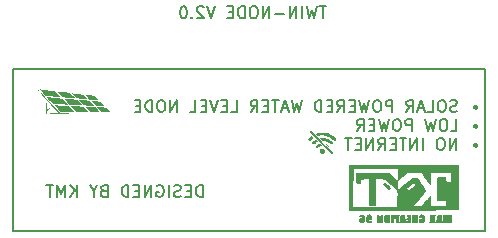
<source format=gbr>
%TF.GenerationSoftware,KiCad,Pcbnew,9.0.6-9.0.6~ubuntu22.04.1*%
%TF.CreationDate,2026-01-04T20:59:47+05:30*%
%TF.ProjectId,TWIN_NODE,5457494e-5f4e-44f4-9445-2e6b69636164,rev?*%
%TF.SameCoordinates,Original*%
%TF.FileFunction,Legend,Bot*%
%TF.FilePolarity,Positive*%
%FSLAX46Y46*%
G04 Gerber Fmt 4.6, Leading zero omitted, Abs format (unit mm)*
G04 Created by KiCad (PCBNEW 9.0.6-9.0.6~ubuntu22.04.1) date 2026-01-04 20:59:47*
%MOMM*%
%LPD*%
G01*
G04 APERTURE LIST*
%ADD10C,0.200000*%
%ADD11C,0.000000*%
G04 APERTURE END LIST*
D10*
X181784612Y-79806140D02*
X181784612Y-79996616D01*
X181736993Y-79996616D02*
X181736993Y-79806140D01*
X181689374Y-79758521D02*
X181689374Y-80044235D01*
X181641755Y-79996616D02*
X181641755Y-79806140D01*
X181594136Y-79806140D02*
X181594136Y-79996616D01*
X181784612Y-79948997D02*
X181689374Y-80044235D01*
X181689374Y-80044235D02*
X181594136Y-79948997D01*
X181784612Y-79853759D02*
X181689374Y-79758521D01*
X181689374Y-79758521D02*
X181594136Y-79853759D01*
X181784612Y-79806140D02*
X181689374Y-79758521D01*
X181689374Y-79758521D02*
X181594136Y-79806140D01*
X181594136Y-79806140D02*
X181546517Y-79901378D01*
X181546517Y-79901378D02*
X181594136Y-79996616D01*
X181594136Y-79996616D02*
X181689374Y-80044235D01*
X181689374Y-80044235D02*
X181784612Y-79996616D01*
X181784612Y-79996616D02*
X181832231Y-79901378D01*
X181832231Y-79901378D02*
X181784612Y-79806140D01*
X180117945Y-80234712D02*
X179975088Y-80282331D01*
X179975088Y-80282331D02*
X179736993Y-80282331D01*
X179736993Y-80282331D02*
X179641755Y-80234712D01*
X179641755Y-80234712D02*
X179594136Y-80187092D01*
X179594136Y-80187092D02*
X179546517Y-80091854D01*
X179546517Y-80091854D02*
X179546517Y-79996616D01*
X179546517Y-79996616D02*
X179594136Y-79901378D01*
X179594136Y-79901378D02*
X179641755Y-79853759D01*
X179641755Y-79853759D02*
X179736993Y-79806140D01*
X179736993Y-79806140D02*
X179927469Y-79758521D01*
X179927469Y-79758521D02*
X180022707Y-79710902D01*
X180022707Y-79710902D02*
X180070326Y-79663283D01*
X180070326Y-79663283D02*
X180117945Y-79568045D01*
X180117945Y-79568045D02*
X180117945Y-79472807D01*
X180117945Y-79472807D02*
X180070326Y-79377569D01*
X180070326Y-79377569D02*
X180022707Y-79329950D01*
X180022707Y-79329950D02*
X179927469Y-79282331D01*
X179927469Y-79282331D02*
X179689374Y-79282331D01*
X179689374Y-79282331D02*
X179546517Y-79329950D01*
X178927469Y-79282331D02*
X178736993Y-79282331D01*
X178736993Y-79282331D02*
X178641755Y-79329950D01*
X178641755Y-79329950D02*
X178546517Y-79425188D01*
X178546517Y-79425188D02*
X178498898Y-79615664D01*
X178498898Y-79615664D02*
X178498898Y-79948997D01*
X178498898Y-79948997D02*
X178546517Y-80139473D01*
X178546517Y-80139473D02*
X178641755Y-80234712D01*
X178641755Y-80234712D02*
X178736993Y-80282331D01*
X178736993Y-80282331D02*
X178927469Y-80282331D01*
X178927469Y-80282331D02*
X179022707Y-80234712D01*
X179022707Y-80234712D02*
X179117945Y-80139473D01*
X179117945Y-80139473D02*
X179165564Y-79948997D01*
X179165564Y-79948997D02*
X179165564Y-79615664D01*
X179165564Y-79615664D02*
X179117945Y-79425188D01*
X179117945Y-79425188D02*
X179022707Y-79329950D01*
X179022707Y-79329950D02*
X178927469Y-79282331D01*
X177594136Y-80282331D02*
X178070326Y-80282331D01*
X178070326Y-80282331D02*
X178070326Y-79282331D01*
X177308421Y-79996616D02*
X176832231Y-79996616D01*
X177403659Y-80282331D02*
X177070326Y-79282331D01*
X177070326Y-79282331D02*
X176736993Y-80282331D01*
X175832231Y-80282331D02*
X176165564Y-79806140D01*
X176403659Y-80282331D02*
X176403659Y-79282331D01*
X176403659Y-79282331D02*
X176022707Y-79282331D01*
X176022707Y-79282331D02*
X175927469Y-79329950D01*
X175927469Y-79329950D02*
X175879850Y-79377569D01*
X175879850Y-79377569D02*
X175832231Y-79472807D01*
X175832231Y-79472807D02*
X175832231Y-79615664D01*
X175832231Y-79615664D02*
X175879850Y-79710902D01*
X175879850Y-79710902D02*
X175927469Y-79758521D01*
X175927469Y-79758521D02*
X176022707Y-79806140D01*
X176022707Y-79806140D02*
X176403659Y-79806140D01*
X174641754Y-80282331D02*
X174641754Y-79282331D01*
X174641754Y-79282331D02*
X174260802Y-79282331D01*
X174260802Y-79282331D02*
X174165564Y-79329950D01*
X174165564Y-79329950D02*
X174117945Y-79377569D01*
X174117945Y-79377569D02*
X174070326Y-79472807D01*
X174070326Y-79472807D02*
X174070326Y-79615664D01*
X174070326Y-79615664D02*
X174117945Y-79710902D01*
X174117945Y-79710902D02*
X174165564Y-79758521D01*
X174165564Y-79758521D02*
X174260802Y-79806140D01*
X174260802Y-79806140D02*
X174641754Y-79806140D01*
X173451278Y-79282331D02*
X173260802Y-79282331D01*
X173260802Y-79282331D02*
X173165564Y-79329950D01*
X173165564Y-79329950D02*
X173070326Y-79425188D01*
X173070326Y-79425188D02*
X173022707Y-79615664D01*
X173022707Y-79615664D02*
X173022707Y-79948997D01*
X173022707Y-79948997D02*
X173070326Y-80139473D01*
X173070326Y-80139473D02*
X173165564Y-80234712D01*
X173165564Y-80234712D02*
X173260802Y-80282331D01*
X173260802Y-80282331D02*
X173451278Y-80282331D01*
X173451278Y-80282331D02*
X173546516Y-80234712D01*
X173546516Y-80234712D02*
X173641754Y-80139473D01*
X173641754Y-80139473D02*
X173689373Y-79948997D01*
X173689373Y-79948997D02*
X173689373Y-79615664D01*
X173689373Y-79615664D02*
X173641754Y-79425188D01*
X173641754Y-79425188D02*
X173546516Y-79329950D01*
X173546516Y-79329950D02*
X173451278Y-79282331D01*
X172689373Y-79282331D02*
X172451278Y-80282331D01*
X172451278Y-80282331D02*
X172260802Y-79568045D01*
X172260802Y-79568045D02*
X172070326Y-80282331D01*
X172070326Y-80282331D02*
X171832231Y-79282331D01*
X171451278Y-79758521D02*
X171117945Y-79758521D01*
X170975088Y-80282331D02*
X171451278Y-80282331D01*
X171451278Y-80282331D02*
X171451278Y-79282331D01*
X171451278Y-79282331D02*
X170975088Y-79282331D01*
X169975088Y-80282331D02*
X170308421Y-79806140D01*
X170546516Y-80282331D02*
X170546516Y-79282331D01*
X170546516Y-79282331D02*
X170165564Y-79282331D01*
X170165564Y-79282331D02*
X170070326Y-79329950D01*
X170070326Y-79329950D02*
X170022707Y-79377569D01*
X170022707Y-79377569D02*
X169975088Y-79472807D01*
X169975088Y-79472807D02*
X169975088Y-79615664D01*
X169975088Y-79615664D02*
X170022707Y-79710902D01*
X170022707Y-79710902D02*
X170070326Y-79758521D01*
X170070326Y-79758521D02*
X170165564Y-79806140D01*
X170165564Y-79806140D02*
X170546516Y-79806140D01*
X169546516Y-79758521D02*
X169213183Y-79758521D01*
X169070326Y-80282331D02*
X169546516Y-80282331D01*
X169546516Y-80282331D02*
X169546516Y-79282331D01*
X169546516Y-79282331D02*
X169070326Y-79282331D01*
X168641754Y-80282331D02*
X168641754Y-79282331D01*
X168641754Y-79282331D02*
X168403659Y-79282331D01*
X168403659Y-79282331D02*
X168260802Y-79329950D01*
X168260802Y-79329950D02*
X168165564Y-79425188D01*
X168165564Y-79425188D02*
X168117945Y-79520426D01*
X168117945Y-79520426D02*
X168070326Y-79710902D01*
X168070326Y-79710902D02*
X168070326Y-79853759D01*
X168070326Y-79853759D02*
X168117945Y-80044235D01*
X168117945Y-80044235D02*
X168165564Y-80139473D01*
X168165564Y-80139473D02*
X168260802Y-80234712D01*
X168260802Y-80234712D02*
X168403659Y-80282331D01*
X168403659Y-80282331D02*
X168641754Y-80282331D01*
X166975087Y-79282331D02*
X166736992Y-80282331D01*
X166736992Y-80282331D02*
X166546516Y-79568045D01*
X166546516Y-79568045D02*
X166356040Y-80282331D01*
X166356040Y-80282331D02*
X166117945Y-79282331D01*
X165784611Y-79996616D02*
X165308421Y-79996616D01*
X165879849Y-80282331D02*
X165546516Y-79282331D01*
X165546516Y-79282331D02*
X165213183Y-80282331D01*
X165022706Y-79282331D02*
X164451278Y-79282331D01*
X164736992Y-80282331D02*
X164736992Y-79282331D01*
X164117944Y-79758521D02*
X163784611Y-79758521D01*
X163641754Y-80282331D02*
X164117944Y-80282331D01*
X164117944Y-80282331D02*
X164117944Y-79282331D01*
X164117944Y-79282331D02*
X163641754Y-79282331D01*
X162641754Y-80282331D02*
X162975087Y-79806140D01*
X163213182Y-80282331D02*
X163213182Y-79282331D01*
X163213182Y-79282331D02*
X162832230Y-79282331D01*
X162832230Y-79282331D02*
X162736992Y-79329950D01*
X162736992Y-79329950D02*
X162689373Y-79377569D01*
X162689373Y-79377569D02*
X162641754Y-79472807D01*
X162641754Y-79472807D02*
X162641754Y-79615664D01*
X162641754Y-79615664D02*
X162689373Y-79710902D01*
X162689373Y-79710902D02*
X162736992Y-79758521D01*
X162736992Y-79758521D02*
X162832230Y-79806140D01*
X162832230Y-79806140D02*
X163213182Y-79806140D01*
X160975087Y-80282331D02*
X161451277Y-80282331D01*
X161451277Y-80282331D02*
X161451277Y-79282331D01*
X160641753Y-79758521D02*
X160308420Y-79758521D01*
X160165563Y-80282331D02*
X160641753Y-80282331D01*
X160641753Y-80282331D02*
X160641753Y-79282331D01*
X160641753Y-79282331D02*
X160165563Y-79282331D01*
X159879848Y-79282331D02*
X159546515Y-80282331D01*
X159546515Y-80282331D02*
X159213182Y-79282331D01*
X158879848Y-79758521D02*
X158546515Y-79758521D01*
X158403658Y-80282331D02*
X158879848Y-80282331D01*
X158879848Y-80282331D02*
X158879848Y-79282331D01*
X158879848Y-79282331D02*
X158403658Y-79282331D01*
X157498896Y-80282331D02*
X157975086Y-80282331D01*
X157975086Y-80282331D02*
X157975086Y-79282331D01*
X156403657Y-80282331D02*
X156403657Y-79282331D01*
X156403657Y-79282331D02*
X155832229Y-80282331D01*
X155832229Y-80282331D02*
X155832229Y-79282331D01*
X155165562Y-79282331D02*
X154975086Y-79282331D01*
X154975086Y-79282331D02*
X154879848Y-79329950D01*
X154879848Y-79329950D02*
X154784610Y-79425188D01*
X154784610Y-79425188D02*
X154736991Y-79615664D01*
X154736991Y-79615664D02*
X154736991Y-79948997D01*
X154736991Y-79948997D02*
X154784610Y-80139473D01*
X154784610Y-80139473D02*
X154879848Y-80234712D01*
X154879848Y-80234712D02*
X154975086Y-80282331D01*
X154975086Y-80282331D02*
X155165562Y-80282331D01*
X155165562Y-80282331D02*
X155260800Y-80234712D01*
X155260800Y-80234712D02*
X155356038Y-80139473D01*
X155356038Y-80139473D02*
X155403657Y-79948997D01*
X155403657Y-79948997D02*
X155403657Y-79615664D01*
X155403657Y-79615664D02*
X155356038Y-79425188D01*
X155356038Y-79425188D02*
X155260800Y-79329950D01*
X155260800Y-79329950D02*
X155165562Y-79282331D01*
X154308419Y-80282331D02*
X154308419Y-79282331D01*
X154308419Y-79282331D02*
X154070324Y-79282331D01*
X154070324Y-79282331D02*
X153927467Y-79329950D01*
X153927467Y-79329950D02*
X153832229Y-79425188D01*
X153832229Y-79425188D02*
X153784610Y-79520426D01*
X153784610Y-79520426D02*
X153736991Y-79710902D01*
X153736991Y-79710902D02*
X153736991Y-79853759D01*
X153736991Y-79853759D02*
X153784610Y-80044235D01*
X153784610Y-80044235D02*
X153832229Y-80139473D01*
X153832229Y-80139473D02*
X153927467Y-80234712D01*
X153927467Y-80234712D02*
X154070324Y-80282331D01*
X154070324Y-80282331D02*
X154308419Y-80282331D01*
X153308419Y-79758521D02*
X152975086Y-79758521D01*
X152832229Y-80282331D02*
X153308419Y-80282331D01*
X153308419Y-80282331D02*
X153308419Y-79282331D01*
X153308419Y-79282331D02*
X152832229Y-79282331D01*
X181784612Y-81416084D02*
X181784612Y-81606560D01*
X181736993Y-81606560D02*
X181736993Y-81416084D01*
X181689374Y-81368465D02*
X181689374Y-81654179D01*
X181641755Y-81606560D02*
X181641755Y-81416084D01*
X181594136Y-81416084D02*
X181594136Y-81606560D01*
X181784612Y-81558941D02*
X181689374Y-81654179D01*
X181689374Y-81654179D02*
X181594136Y-81558941D01*
X181784612Y-81463703D02*
X181689374Y-81368465D01*
X181689374Y-81368465D02*
X181594136Y-81463703D01*
X181784612Y-81416084D02*
X181689374Y-81368465D01*
X181689374Y-81368465D02*
X181594136Y-81416084D01*
X181594136Y-81416084D02*
X181546517Y-81511322D01*
X181546517Y-81511322D02*
X181594136Y-81606560D01*
X181594136Y-81606560D02*
X181689374Y-81654179D01*
X181689374Y-81654179D02*
X181784612Y-81606560D01*
X181784612Y-81606560D02*
X181832231Y-81511322D01*
X181832231Y-81511322D02*
X181784612Y-81416084D01*
X179594136Y-81892275D02*
X180070326Y-81892275D01*
X180070326Y-81892275D02*
X180070326Y-80892275D01*
X179070326Y-80892275D02*
X178879850Y-80892275D01*
X178879850Y-80892275D02*
X178784612Y-80939894D01*
X178784612Y-80939894D02*
X178689374Y-81035132D01*
X178689374Y-81035132D02*
X178641755Y-81225608D01*
X178641755Y-81225608D02*
X178641755Y-81558941D01*
X178641755Y-81558941D02*
X178689374Y-81749417D01*
X178689374Y-81749417D02*
X178784612Y-81844656D01*
X178784612Y-81844656D02*
X178879850Y-81892275D01*
X178879850Y-81892275D02*
X179070326Y-81892275D01*
X179070326Y-81892275D02*
X179165564Y-81844656D01*
X179165564Y-81844656D02*
X179260802Y-81749417D01*
X179260802Y-81749417D02*
X179308421Y-81558941D01*
X179308421Y-81558941D02*
X179308421Y-81225608D01*
X179308421Y-81225608D02*
X179260802Y-81035132D01*
X179260802Y-81035132D02*
X179165564Y-80939894D01*
X179165564Y-80939894D02*
X179070326Y-80892275D01*
X178308421Y-80892275D02*
X178070326Y-81892275D01*
X178070326Y-81892275D02*
X177879850Y-81177989D01*
X177879850Y-81177989D02*
X177689374Y-81892275D01*
X177689374Y-81892275D02*
X177451279Y-80892275D01*
X176308421Y-81892275D02*
X176308421Y-80892275D01*
X176308421Y-80892275D02*
X175927469Y-80892275D01*
X175927469Y-80892275D02*
X175832231Y-80939894D01*
X175832231Y-80939894D02*
X175784612Y-80987513D01*
X175784612Y-80987513D02*
X175736993Y-81082751D01*
X175736993Y-81082751D02*
X175736993Y-81225608D01*
X175736993Y-81225608D02*
X175784612Y-81320846D01*
X175784612Y-81320846D02*
X175832231Y-81368465D01*
X175832231Y-81368465D02*
X175927469Y-81416084D01*
X175927469Y-81416084D02*
X176308421Y-81416084D01*
X175117945Y-80892275D02*
X174927469Y-80892275D01*
X174927469Y-80892275D02*
X174832231Y-80939894D01*
X174832231Y-80939894D02*
X174736993Y-81035132D01*
X174736993Y-81035132D02*
X174689374Y-81225608D01*
X174689374Y-81225608D02*
X174689374Y-81558941D01*
X174689374Y-81558941D02*
X174736993Y-81749417D01*
X174736993Y-81749417D02*
X174832231Y-81844656D01*
X174832231Y-81844656D02*
X174927469Y-81892275D01*
X174927469Y-81892275D02*
X175117945Y-81892275D01*
X175117945Y-81892275D02*
X175213183Y-81844656D01*
X175213183Y-81844656D02*
X175308421Y-81749417D01*
X175308421Y-81749417D02*
X175356040Y-81558941D01*
X175356040Y-81558941D02*
X175356040Y-81225608D01*
X175356040Y-81225608D02*
X175308421Y-81035132D01*
X175308421Y-81035132D02*
X175213183Y-80939894D01*
X175213183Y-80939894D02*
X175117945Y-80892275D01*
X174356040Y-80892275D02*
X174117945Y-81892275D01*
X174117945Y-81892275D02*
X173927469Y-81177989D01*
X173927469Y-81177989D02*
X173736993Y-81892275D01*
X173736993Y-81892275D02*
X173498898Y-80892275D01*
X173117945Y-81368465D02*
X172784612Y-81368465D01*
X172641755Y-81892275D02*
X173117945Y-81892275D01*
X173117945Y-81892275D02*
X173117945Y-80892275D01*
X173117945Y-80892275D02*
X172641755Y-80892275D01*
X171641755Y-81892275D02*
X171975088Y-81416084D01*
X172213183Y-81892275D02*
X172213183Y-80892275D01*
X172213183Y-80892275D02*
X171832231Y-80892275D01*
X171832231Y-80892275D02*
X171736993Y-80939894D01*
X171736993Y-80939894D02*
X171689374Y-80987513D01*
X171689374Y-80987513D02*
X171641755Y-81082751D01*
X171641755Y-81082751D02*
X171641755Y-81225608D01*
X171641755Y-81225608D02*
X171689374Y-81320846D01*
X171689374Y-81320846D02*
X171736993Y-81368465D01*
X171736993Y-81368465D02*
X171832231Y-81416084D01*
X171832231Y-81416084D02*
X172213183Y-81416084D01*
X181784612Y-83026028D02*
X181784612Y-83216504D01*
X181736993Y-83216504D02*
X181736993Y-83026028D01*
X181689374Y-82978409D02*
X181689374Y-83264123D01*
X181641755Y-83216504D02*
X181641755Y-83026028D01*
X181594136Y-83026028D02*
X181594136Y-83216504D01*
X181784612Y-83168885D02*
X181689374Y-83264123D01*
X181689374Y-83264123D02*
X181594136Y-83168885D01*
X181784612Y-83073647D02*
X181689374Y-82978409D01*
X181689374Y-82978409D02*
X181594136Y-83073647D01*
X181784612Y-83026028D02*
X181689374Y-82978409D01*
X181689374Y-82978409D02*
X181594136Y-83026028D01*
X181594136Y-83026028D02*
X181546517Y-83121266D01*
X181546517Y-83121266D02*
X181594136Y-83216504D01*
X181594136Y-83216504D02*
X181689374Y-83264123D01*
X181689374Y-83264123D02*
X181784612Y-83216504D01*
X181784612Y-83216504D02*
X181832231Y-83121266D01*
X181832231Y-83121266D02*
X181784612Y-83026028D01*
X180070326Y-83502219D02*
X180070326Y-82502219D01*
X180070326Y-82502219D02*
X179498898Y-83502219D01*
X179498898Y-83502219D02*
X179498898Y-82502219D01*
X178832231Y-82502219D02*
X178641755Y-82502219D01*
X178641755Y-82502219D02*
X178546517Y-82549838D01*
X178546517Y-82549838D02*
X178451279Y-82645076D01*
X178451279Y-82645076D02*
X178403660Y-82835552D01*
X178403660Y-82835552D02*
X178403660Y-83168885D01*
X178403660Y-83168885D02*
X178451279Y-83359361D01*
X178451279Y-83359361D02*
X178546517Y-83454600D01*
X178546517Y-83454600D02*
X178641755Y-83502219D01*
X178641755Y-83502219D02*
X178832231Y-83502219D01*
X178832231Y-83502219D02*
X178927469Y-83454600D01*
X178927469Y-83454600D02*
X179022707Y-83359361D01*
X179022707Y-83359361D02*
X179070326Y-83168885D01*
X179070326Y-83168885D02*
X179070326Y-82835552D01*
X179070326Y-82835552D02*
X179022707Y-82645076D01*
X179022707Y-82645076D02*
X178927469Y-82549838D01*
X178927469Y-82549838D02*
X178832231Y-82502219D01*
X177213183Y-83502219D02*
X177213183Y-82502219D01*
X176736993Y-83502219D02*
X176736993Y-82502219D01*
X176736993Y-82502219D02*
X176165565Y-83502219D01*
X176165565Y-83502219D02*
X176165565Y-82502219D01*
X175832231Y-82502219D02*
X175260803Y-82502219D01*
X175546517Y-83502219D02*
X175546517Y-82502219D01*
X174927469Y-82978409D02*
X174594136Y-82978409D01*
X174451279Y-83502219D02*
X174927469Y-83502219D01*
X174927469Y-83502219D02*
X174927469Y-82502219D01*
X174927469Y-82502219D02*
X174451279Y-82502219D01*
X173451279Y-83502219D02*
X173784612Y-83026028D01*
X174022707Y-83502219D02*
X174022707Y-82502219D01*
X174022707Y-82502219D02*
X173641755Y-82502219D01*
X173641755Y-82502219D02*
X173546517Y-82549838D01*
X173546517Y-82549838D02*
X173498898Y-82597457D01*
X173498898Y-82597457D02*
X173451279Y-82692695D01*
X173451279Y-82692695D02*
X173451279Y-82835552D01*
X173451279Y-82835552D02*
X173498898Y-82930790D01*
X173498898Y-82930790D02*
X173546517Y-82978409D01*
X173546517Y-82978409D02*
X173641755Y-83026028D01*
X173641755Y-83026028D02*
X174022707Y-83026028D01*
X173022707Y-83502219D02*
X173022707Y-82502219D01*
X173022707Y-82502219D02*
X172451279Y-83502219D01*
X172451279Y-83502219D02*
X172451279Y-82502219D01*
X171975088Y-82978409D02*
X171641755Y-82978409D01*
X171498898Y-83502219D02*
X171975088Y-83502219D01*
X171975088Y-83502219D02*
X171975088Y-82502219D01*
X171975088Y-82502219D02*
X171498898Y-82502219D01*
X171213183Y-82502219D02*
X170641755Y-82502219D01*
X170927469Y-83502219D02*
X170927469Y-82502219D01*
X142530000Y-76635000D02*
X182480000Y-76635000D01*
X182480000Y-90385000D01*
X142530000Y-90385000D01*
X142530000Y-76635000D01*
X158580326Y-87487219D02*
X158580326Y-86487219D01*
X158580326Y-86487219D02*
X158342231Y-86487219D01*
X158342231Y-86487219D02*
X158199374Y-86534838D01*
X158199374Y-86534838D02*
X158104136Y-86630076D01*
X158104136Y-86630076D02*
X158056517Y-86725314D01*
X158056517Y-86725314D02*
X158008898Y-86915790D01*
X158008898Y-86915790D02*
X158008898Y-87058647D01*
X158008898Y-87058647D02*
X158056517Y-87249123D01*
X158056517Y-87249123D02*
X158104136Y-87344361D01*
X158104136Y-87344361D02*
X158199374Y-87439600D01*
X158199374Y-87439600D02*
X158342231Y-87487219D01*
X158342231Y-87487219D02*
X158580326Y-87487219D01*
X157580326Y-86963409D02*
X157246993Y-86963409D01*
X157104136Y-87487219D02*
X157580326Y-87487219D01*
X157580326Y-87487219D02*
X157580326Y-86487219D01*
X157580326Y-86487219D02*
X157104136Y-86487219D01*
X156723183Y-87439600D02*
X156580326Y-87487219D01*
X156580326Y-87487219D02*
X156342231Y-87487219D01*
X156342231Y-87487219D02*
X156246993Y-87439600D01*
X156246993Y-87439600D02*
X156199374Y-87391980D01*
X156199374Y-87391980D02*
X156151755Y-87296742D01*
X156151755Y-87296742D02*
X156151755Y-87201504D01*
X156151755Y-87201504D02*
X156199374Y-87106266D01*
X156199374Y-87106266D02*
X156246993Y-87058647D01*
X156246993Y-87058647D02*
X156342231Y-87011028D01*
X156342231Y-87011028D02*
X156532707Y-86963409D01*
X156532707Y-86963409D02*
X156627945Y-86915790D01*
X156627945Y-86915790D02*
X156675564Y-86868171D01*
X156675564Y-86868171D02*
X156723183Y-86772933D01*
X156723183Y-86772933D02*
X156723183Y-86677695D01*
X156723183Y-86677695D02*
X156675564Y-86582457D01*
X156675564Y-86582457D02*
X156627945Y-86534838D01*
X156627945Y-86534838D02*
X156532707Y-86487219D01*
X156532707Y-86487219D02*
X156294612Y-86487219D01*
X156294612Y-86487219D02*
X156151755Y-86534838D01*
X155723183Y-87487219D02*
X155723183Y-86487219D01*
X154723184Y-86534838D02*
X154818422Y-86487219D01*
X154818422Y-86487219D02*
X154961279Y-86487219D01*
X154961279Y-86487219D02*
X155104136Y-86534838D01*
X155104136Y-86534838D02*
X155199374Y-86630076D01*
X155199374Y-86630076D02*
X155246993Y-86725314D01*
X155246993Y-86725314D02*
X155294612Y-86915790D01*
X155294612Y-86915790D02*
X155294612Y-87058647D01*
X155294612Y-87058647D02*
X155246993Y-87249123D01*
X155246993Y-87249123D02*
X155199374Y-87344361D01*
X155199374Y-87344361D02*
X155104136Y-87439600D01*
X155104136Y-87439600D02*
X154961279Y-87487219D01*
X154961279Y-87487219D02*
X154866041Y-87487219D01*
X154866041Y-87487219D02*
X154723184Y-87439600D01*
X154723184Y-87439600D02*
X154675565Y-87391980D01*
X154675565Y-87391980D02*
X154675565Y-87058647D01*
X154675565Y-87058647D02*
X154866041Y-87058647D01*
X154246993Y-87487219D02*
X154246993Y-86487219D01*
X154246993Y-86487219D02*
X153675565Y-87487219D01*
X153675565Y-87487219D02*
X153675565Y-86487219D01*
X153199374Y-86963409D02*
X152866041Y-86963409D01*
X152723184Y-87487219D02*
X153199374Y-87487219D01*
X153199374Y-87487219D02*
X153199374Y-86487219D01*
X153199374Y-86487219D02*
X152723184Y-86487219D01*
X152294612Y-87487219D02*
X152294612Y-86487219D01*
X152294612Y-86487219D02*
X152056517Y-86487219D01*
X152056517Y-86487219D02*
X151913660Y-86534838D01*
X151913660Y-86534838D02*
X151818422Y-86630076D01*
X151818422Y-86630076D02*
X151770803Y-86725314D01*
X151770803Y-86725314D02*
X151723184Y-86915790D01*
X151723184Y-86915790D02*
X151723184Y-87058647D01*
X151723184Y-87058647D02*
X151770803Y-87249123D01*
X151770803Y-87249123D02*
X151818422Y-87344361D01*
X151818422Y-87344361D02*
X151913660Y-87439600D01*
X151913660Y-87439600D02*
X152056517Y-87487219D01*
X152056517Y-87487219D02*
X152294612Y-87487219D01*
X150199374Y-86963409D02*
X150056517Y-87011028D01*
X150056517Y-87011028D02*
X150008898Y-87058647D01*
X150008898Y-87058647D02*
X149961279Y-87153885D01*
X149961279Y-87153885D02*
X149961279Y-87296742D01*
X149961279Y-87296742D02*
X150008898Y-87391980D01*
X150008898Y-87391980D02*
X150056517Y-87439600D01*
X150056517Y-87439600D02*
X150151755Y-87487219D01*
X150151755Y-87487219D02*
X150532707Y-87487219D01*
X150532707Y-87487219D02*
X150532707Y-86487219D01*
X150532707Y-86487219D02*
X150199374Y-86487219D01*
X150199374Y-86487219D02*
X150104136Y-86534838D01*
X150104136Y-86534838D02*
X150056517Y-86582457D01*
X150056517Y-86582457D02*
X150008898Y-86677695D01*
X150008898Y-86677695D02*
X150008898Y-86772933D01*
X150008898Y-86772933D02*
X150056517Y-86868171D01*
X150056517Y-86868171D02*
X150104136Y-86915790D01*
X150104136Y-86915790D02*
X150199374Y-86963409D01*
X150199374Y-86963409D02*
X150532707Y-86963409D01*
X149342231Y-87011028D02*
X149342231Y-87487219D01*
X149675564Y-86487219D02*
X149342231Y-87011028D01*
X149342231Y-87011028D02*
X149008898Y-86487219D01*
X147913659Y-87487219D02*
X147913659Y-86487219D01*
X147342231Y-87487219D02*
X147770802Y-86915790D01*
X147342231Y-86487219D02*
X147913659Y-87058647D01*
X146913659Y-87487219D02*
X146913659Y-86487219D01*
X146913659Y-86487219D02*
X146580326Y-87201504D01*
X146580326Y-87201504D02*
X146246993Y-86487219D01*
X146246993Y-86487219D02*
X146246993Y-87487219D01*
X145913659Y-86487219D02*
X145342231Y-86487219D01*
X145627945Y-87487219D02*
X145627945Y-86487219D01*
X169043183Y-71347219D02*
X168471755Y-71347219D01*
X168757469Y-72347219D02*
X168757469Y-71347219D01*
X168233659Y-71347219D02*
X167995564Y-72347219D01*
X167995564Y-72347219D02*
X167805088Y-71632933D01*
X167805088Y-71632933D02*
X167614612Y-72347219D01*
X167614612Y-72347219D02*
X167376517Y-71347219D01*
X166995564Y-72347219D02*
X166995564Y-71347219D01*
X166519374Y-72347219D02*
X166519374Y-71347219D01*
X166519374Y-71347219D02*
X165947946Y-72347219D01*
X165947946Y-72347219D02*
X165947946Y-71347219D01*
X165471755Y-71966266D02*
X164709851Y-71966266D01*
X164233660Y-72347219D02*
X164233660Y-71347219D01*
X164233660Y-71347219D02*
X163662232Y-72347219D01*
X163662232Y-72347219D02*
X163662232Y-71347219D01*
X162995565Y-71347219D02*
X162805089Y-71347219D01*
X162805089Y-71347219D02*
X162709851Y-71394838D01*
X162709851Y-71394838D02*
X162614613Y-71490076D01*
X162614613Y-71490076D02*
X162566994Y-71680552D01*
X162566994Y-71680552D02*
X162566994Y-72013885D01*
X162566994Y-72013885D02*
X162614613Y-72204361D01*
X162614613Y-72204361D02*
X162709851Y-72299600D01*
X162709851Y-72299600D02*
X162805089Y-72347219D01*
X162805089Y-72347219D02*
X162995565Y-72347219D01*
X162995565Y-72347219D02*
X163090803Y-72299600D01*
X163090803Y-72299600D02*
X163186041Y-72204361D01*
X163186041Y-72204361D02*
X163233660Y-72013885D01*
X163233660Y-72013885D02*
X163233660Y-71680552D01*
X163233660Y-71680552D02*
X163186041Y-71490076D01*
X163186041Y-71490076D02*
X163090803Y-71394838D01*
X163090803Y-71394838D02*
X162995565Y-71347219D01*
X162138422Y-72347219D02*
X162138422Y-71347219D01*
X162138422Y-71347219D02*
X161900327Y-71347219D01*
X161900327Y-71347219D02*
X161757470Y-71394838D01*
X161757470Y-71394838D02*
X161662232Y-71490076D01*
X161662232Y-71490076D02*
X161614613Y-71585314D01*
X161614613Y-71585314D02*
X161566994Y-71775790D01*
X161566994Y-71775790D02*
X161566994Y-71918647D01*
X161566994Y-71918647D02*
X161614613Y-72109123D01*
X161614613Y-72109123D02*
X161662232Y-72204361D01*
X161662232Y-72204361D02*
X161757470Y-72299600D01*
X161757470Y-72299600D02*
X161900327Y-72347219D01*
X161900327Y-72347219D02*
X162138422Y-72347219D01*
X161138422Y-71823409D02*
X160805089Y-71823409D01*
X160662232Y-72347219D02*
X161138422Y-72347219D01*
X161138422Y-72347219D02*
X161138422Y-71347219D01*
X161138422Y-71347219D02*
X160662232Y-71347219D01*
X159614612Y-71347219D02*
X159281279Y-72347219D01*
X159281279Y-72347219D02*
X158947946Y-71347219D01*
X158662231Y-71442457D02*
X158614612Y-71394838D01*
X158614612Y-71394838D02*
X158519374Y-71347219D01*
X158519374Y-71347219D02*
X158281279Y-71347219D01*
X158281279Y-71347219D02*
X158186041Y-71394838D01*
X158186041Y-71394838D02*
X158138422Y-71442457D01*
X158138422Y-71442457D02*
X158090803Y-71537695D01*
X158090803Y-71537695D02*
X158090803Y-71632933D01*
X158090803Y-71632933D02*
X158138422Y-71775790D01*
X158138422Y-71775790D02*
X158709850Y-72347219D01*
X158709850Y-72347219D02*
X158090803Y-72347219D01*
X157662231Y-72251980D02*
X157614612Y-72299600D01*
X157614612Y-72299600D02*
X157662231Y-72347219D01*
X157662231Y-72347219D02*
X157709850Y-72299600D01*
X157709850Y-72299600D02*
X157662231Y-72251980D01*
X157662231Y-72251980D02*
X157662231Y-72347219D01*
X156995565Y-71347219D02*
X156900327Y-71347219D01*
X156900327Y-71347219D02*
X156805089Y-71394838D01*
X156805089Y-71394838D02*
X156757470Y-71442457D01*
X156757470Y-71442457D02*
X156709851Y-71537695D01*
X156709851Y-71537695D02*
X156662232Y-71728171D01*
X156662232Y-71728171D02*
X156662232Y-71966266D01*
X156662232Y-71966266D02*
X156709851Y-72156742D01*
X156709851Y-72156742D02*
X156757470Y-72251980D01*
X156757470Y-72251980D02*
X156805089Y-72299600D01*
X156805089Y-72299600D02*
X156900327Y-72347219D01*
X156900327Y-72347219D02*
X156995565Y-72347219D01*
X156995565Y-72347219D02*
X157090803Y-72299600D01*
X157090803Y-72299600D02*
X157138422Y-72251980D01*
X157138422Y-72251980D02*
X157186041Y-72156742D01*
X157186041Y-72156742D02*
X157233660Y-71966266D01*
X157233660Y-71966266D02*
X157233660Y-71728171D01*
X157233660Y-71728171D02*
X157186041Y-71537695D01*
X157186041Y-71537695D02*
X157138422Y-71442457D01*
X157138422Y-71442457D02*
X157090803Y-71394838D01*
X157090803Y-71394838D02*
X156995565Y-71347219D01*
D11*
%TO.C,G\u002A\u002A\u002A*%
G36*
X168766158Y-83393981D02*
G01*
X168777649Y-83396640D01*
X168827068Y-83414942D01*
X168869784Y-83442762D01*
X168905243Y-83479665D01*
X168932892Y-83525215D01*
X168940344Y-83541596D01*
X168946337Y-83558082D01*
X168949699Y-83574554D01*
X168951170Y-83594920D01*
X168951496Y-83623091D01*
X168951289Y-83647003D01*
X168950072Y-83668454D01*
X168947095Y-83685325D01*
X168941616Y-83701527D01*
X168932892Y-83720968D01*
X168928276Y-83730220D01*
X168899378Y-83773555D01*
X168862824Y-83808885D01*
X168819871Y-83835191D01*
X168771775Y-83851458D01*
X168751874Y-83855623D01*
X168731964Y-83858737D01*
X168715041Y-83859117D01*
X168696311Y-83856774D01*
X168670985Y-83851721D01*
X168660996Y-83849389D01*
X168612487Y-83831186D01*
X168570081Y-83803245D01*
X168534661Y-83766271D01*
X168507109Y-83720968D01*
X168499657Y-83704587D01*
X168493664Y-83688100D01*
X168490302Y-83671629D01*
X168488831Y-83651262D01*
X168488505Y-83623091D01*
X168488719Y-83598787D01*
X168489954Y-83577468D01*
X168492965Y-83560642D01*
X168498501Y-83544385D01*
X168507314Y-83524778D01*
X168512436Y-83514574D01*
X168541261Y-83471876D01*
X168577401Y-83437243D01*
X168619408Y-83411406D01*
X168665834Y-83395095D01*
X168715233Y-83389043D01*
X168766158Y-83393981D01*
G37*
G36*
X167757900Y-81882297D02*
G01*
X167759022Y-81882587D01*
X167762675Y-81884300D01*
X167767852Y-81887688D01*
X167774873Y-81893065D01*
X167784061Y-81900748D01*
X167795737Y-81911051D01*
X167810223Y-81924290D01*
X167827841Y-81940780D01*
X167848912Y-81960836D01*
X167873758Y-81984774D01*
X167902701Y-82012910D01*
X167936063Y-82045558D01*
X167974165Y-82083034D01*
X168017329Y-82125654D01*
X168065877Y-82173732D01*
X168120130Y-82227585D01*
X168180411Y-82287527D01*
X168247040Y-82353873D01*
X168320341Y-82426940D01*
X168400633Y-82507043D01*
X168488240Y-82594496D01*
X168583483Y-82689616D01*
X168686683Y-82792717D01*
X168700885Y-82806908D01*
X168786838Y-82892834D01*
X168870577Y-82976612D01*
X168951722Y-83057860D01*
X169029893Y-83136195D01*
X169104710Y-83211233D01*
X169175791Y-83282591D01*
X169242758Y-83349887D01*
X169305229Y-83412737D01*
X169362824Y-83470758D01*
X169415163Y-83523567D01*
X169461865Y-83570780D01*
X169502550Y-83612015D01*
X169536838Y-83646889D01*
X169564348Y-83675018D01*
X169584700Y-83696019D01*
X169597513Y-83709509D01*
X169602408Y-83715105D01*
X169605869Y-83722720D01*
X169610676Y-83749797D01*
X169606130Y-83777501D01*
X169593454Y-83803075D01*
X169573864Y-83823761D01*
X169548581Y-83836803D01*
X169546456Y-83837477D01*
X169541377Y-83839325D01*
X169536716Y-83841048D01*
X169532137Y-83842333D01*
X169527304Y-83842867D01*
X169521882Y-83842336D01*
X169515536Y-83840427D01*
X169507930Y-83836827D01*
X169498729Y-83831222D01*
X169487597Y-83823300D01*
X169474198Y-83812746D01*
X169458197Y-83799247D01*
X169439260Y-83782491D01*
X169417049Y-83762163D01*
X169391230Y-83737951D01*
X169361467Y-83709541D01*
X169327424Y-83676620D01*
X169288767Y-83638874D01*
X169245160Y-83595990D01*
X169196267Y-83547655D01*
X169141753Y-83493555D01*
X169081281Y-83433378D01*
X169014518Y-83366809D01*
X168941127Y-83293536D01*
X168860773Y-83213245D01*
X168773119Y-83125622D01*
X168677832Y-83030356D01*
X168574575Y-82927131D01*
X168562669Y-82915229D01*
X168476813Y-82829367D01*
X168393160Y-82745643D01*
X168312092Y-82664440D01*
X168233989Y-82586143D01*
X168159232Y-82511135D01*
X168088202Y-82439801D01*
X168021280Y-82372523D01*
X167958847Y-82309685D01*
X167901283Y-82251673D01*
X167848969Y-82198868D01*
X167802287Y-82151656D01*
X167761617Y-82110420D01*
X167727340Y-82075544D01*
X167699837Y-82047411D01*
X167679489Y-82026405D01*
X167666677Y-82012911D01*
X167661781Y-82007312D01*
X167653596Y-81983246D01*
X167653922Y-81955821D01*
X167663037Y-81930081D01*
X167679466Y-81907942D01*
X167701735Y-81891320D01*
X167728371Y-81882133D01*
X167757900Y-81882297D01*
G37*
G36*
X168522673Y-82965864D02*
G01*
X168533988Y-82974961D01*
X168551045Y-82989994D01*
X168572408Y-83009578D01*
X168596638Y-83032324D01*
X168622300Y-83056847D01*
X168647957Y-83081757D01*
X168672170Y-83105669D01*
X168693505Y-83127195D01*
X168710523Y-83144948D01*
X168721787Y-83157541D01*
X168725861Y-83163586D01*
X168725761Y-83163843D01*
X168719073Y-83166092D01*
X168703975Y-83168524D01*
X168683371Y-83170657D01*
X168668328Y-83172077D01*
X168629133Y-83178136D01*
X168591417Y-83188120D01*
X168551597Y-83203109D01*
X168506087Y-83224187D01*
X168454666Y-83252631D01*
X168383014Y-83303398D01*
X168381560Y-83304571D01*
X168357805Y-83322998D01*
X168335838Y-83338811D01*
X168318049Y-83350360D01*
X168306826Y-83355996D01*
X168282811Y-83360459D01*
X168247510Y-83357994D01*
X168214494Y-83345661D01*
X168186169Y-83324484D01*
X168164939Y-83295491D01*
X168158073Y-83275151D01*
X168155351Y-83245726D01*
X168158497Y-83215474D01*
X168167394Y-83189404D01*
X168177747Y-83174380D01*
X168198133Y-83152392D01*
X168225526Y-83127427D01*
X168258140Y-83100923D01*
X168294187Y-83074322D01*
X168331880Y-83049064D01*
X168369432Y-83026588D01*
X168382196Y-83019738D01*
X168407750Y-83007111D01*
X168435600Y-82994372D01*
X168463193Y-82982594D01*
X168487974Y-82972852D01*
X168507387Y-82966219D01*
X168518879Y-82963770D01*
X168522673Y-82965864D01*
G37*
G36*
X168958911Y-82976133D02*
G01*
X168972744Y-82981051D01*
X168993227Y-82989848D01*
X169017910Y-83001362D01*
X169044344Y-83014431D01*
X169070076Y-83027895D01*
X169092658Y-83040591D01*
X169117173Y-83055813D01*
X169151095Y-83078994D01*
X169184252Y-83103786D01*
X169214787Y-83128661D01*
X169240844Y-83152088D01*
X169260567Y-83172537D01*
X169272099Y-83188478D01*
X169280034Y-83210396D01*
X169284594Y-83236612D01*
X169285192Y-83262020D01*
X169281340Y-83281709D01*
X169278299Y-83287291D01*
X169272509Y-83291965D01*
X169272216Y-83291850D01*
X169265888Y-83286540D01*
X169252384Y-83273965D01*
X169232634Y-83255030D01*
X169207565Y-83230636D01*
X169178106Y-83201686D01*
X169145186Y-83169083D01*
X169109733Y-83133728D01*
X169102937Y-83126925D01*
X169068275Y-83092117D01*
X169036683Y-83060209D01*
X169009033Y-83032096D01*
X168986198Y-83008674D01*
X168969052Y-82990835D01*
X168958468Y-82979476D01*
X168955318Y-82975491D01*
X168958911Y-82976133D01*
G37*
G36*
X168792140Y-82486336D02*
G01*
X168902735Y-82499377D01*
X169013256Y-82524127D01*
X169123678Y-82560581D01*
X169233972Y-82608733D01*
X169243893Y-82613653D01*
X169293270Y-82639799D01*
X169342762Y-82668538D01*
X169391198Y-82698990D01*
X169437405Y-82730270D01*
X169480212Y-82761498D01*
X169518447Y-82791791D01*
X169550938Y-82820267D01*
X169576514Y-82846043D01*
X169594002Y-82868238D01*
X169602231Y-82885969D01*
X169604932Y-82898947D01*
X169607602Y-82912148D01*
X169607537Y-82935789D01*
X169598933Y-82963274D01*
X169583264Y-82989973D01*
X169562341Y-83012848D01*
X169537974Y-83028865D01*
X169517375Y-83036039D01*
X169482590Y-83039160D01*
X169449164Y-83031342D01*
X169448542Y-83031072D01*
X169435560Y-83023642D01*
X169416270Y-83010580D01*
X169393172Y-82993651D01*
X169368769Y-82974619D01*
X169325888Y-82941203D01*
X169261775Y-82895940D01*
X169196959Y-82856346D01*
X169127315Y-82819776D01*
X169110132Y-82811489D01*
X169043380Y-82782107D01*
X168980176Y-82759538D01*
X168916780Y-82742749D01*
X168849453Y-82730708D01*
X168774455Y-82722384D01*
X168691184Y-82715303D01*
X168590120Y-82614115D01*
X168569273Y-82593115D01*
X168543679Y-82566953D01*
X168522061Y-82544407D01*
X168505507Y-82526633D01*
X168495109Y-82514787D01*
X168491957Y-82510026D01*
X168492778Y-82509410D01*
X168503359Y-82505845D01*
X168522980Y-82501818D01*
X168549420Y-82497627D01*
X168580460Y-82493565D01*
X168613879Y-82489928D01*
X168647458Y-82487014D01*
X168678976Y-82485116D01*
X168681499Y-82485010D01*
X168792140Y-82486336D01*
G37*
G36*
X168271886Y-82706707D02*
G01*
X168281667Y-82716628D01*
X168306025Y-82741884D01*
X168326431Y-82763848D01*
X168341788Y-82781286D01*
X168350995Y-82792964D01*
X168352952Y-82797649D01*
X168349187Y-82799346D01*
X168336248Y-82805664D01*
X168317103Y-82815273D01*
X168294346Y-82826877D01*
X168276543Y-82836273D01*
X168208982Y-82876010D01*
X168139445Y-82922847D01*
X168071276Y-82974571D01*
X168069411Y-82976069D01*
X168045175Y-82994952D01*
X168022586Y-83011582D01*
X168004097Y-83024207D01*
X167992157Y-83031077D01*
X167972538Y-83037404D01*
X167940410Y-83039193D01*
X167909699Y-83031539D01*
X167882049Y-83015817D01*
X167859106Y-82993401D01*
X167842515Y-82965666D01*
X167833920Y-82933986D01*
X167834965Y-82899735D01*
X167835552Y-82896801D01*
X167841364Y-82877395D01*
X167848815Y-82861730D01*
X167858420Y-82849506D01*
X167879253Y-82828426D01*
X167907423Y-82803542D01*
X167941314Y-82776071D01*
X167979310Y-82747228D01*
X168019794Y-82718232D01*
X168061152Y-82690298D01*
X168101766Y-82664643D01*
X168140022Y-82642484D01*
X168184201Y-82618295D01*
X168271886Y-82706707D01*
G37*
G36*
X168809017Y-82043028D02*
G01*
X168941866Y-82056087D01*
X169073432Y-82080552D01*
X169203301Y-82116372D01*
X169331059Y-82163498D01*
X169456292Y-82221880D01*
X169578584Y-82291469D01*
X169591984Y-82300006D01*
X169627357Y-82323943D01*
X169666025Y-82351735D01*
X169706365Y-82382076D01*
X169746755Y-82413659D01*
X169785571Y-82445177D01*
X169821192Y-82475322D01*
X169851995Y-82502788D01*
X169876357Y-82526267D01*
X169892655Y-82544453D01*
X169893457Y-82545498D01*
X169909436Y-82575521D01*
X169915275Y-82608062D01*
X169911519Y-82640957D01*
X169898719Y-82672042D01*
X169877421Y-82699154D01*
X169848173Y-82720128D01*
X169844389Y-82721846D01*
X169822996Y-82727037D01*
X169796732Y-82728809D01*
X169770749Y-82727077D01*
X169750200Y-82721754D01*
X169743790Y-82718032D01*
X169728655Y-82707005D01*
X169709397Y-82691366D01*
X169688663Y-82673203D01*
X169659268Y-82647010D01*
X169553782Y-82561742D01*
X169445623Y-82487780D01*
X169334519Y-82424980D01*
X169220196Y-82373198D01*
X169102380Y-82332291D01*
X168980799Y-82302116D01*
X168908537Y-82290045D01*
X168800943Y-82280065D01*
X168690260Y-82278427D01*
X168579408Y-82285032D01*
X168471307Y-82299783D01*
X168368875Y-82322583D01*
X168313711Y-82337568D01*
X168223824Y-82247821D01*
X168213058Y-82237047D01*
X168187775Y-82211535D01*
X168166022Y-82189290D01*
X168148997Y-82171556D01*
X168137902Y-82159578D01*
X168133937Y-82154602D01*
X168134097Y-82154315D01*
X168141015Y-82150721D01*
X168156646Y-82144432D01*
X168178910Y-82136249D01*
X168205730Y-82126972D01*
X168273089Y-82105836D01*
X168406922Y-82072778D01*
X168541131Y-82051324D01*
X168675301Y-82041424D01*
X168809017Y-82043028D01*
G37*
G36*
X167944752Y-82379042D02*
G01*
X168029828Y-82464118D01*
X167972033Y-82501496D01*
X167951884Y-82514801D01*
X167884243Y-82563013D01*
X167816762Y-82616105D01*
X167754373Y-82670250D01*
X167737783Y-82685073D01*
X167717521Y-82702135D01*
X167700726Y-82715137D01*
X167689906Y-82722065D01*
X167680390Y-82724929D01*
X167659574Y-82727517D01*
X167634648Y-82727753D01*
X167620942Y-82726959D01*
X167602019Y-82724180D01*
X167587628Y-82718457D01*
X167573111Y-82708319D01*
X167566160Y-82702461D01*
X167541963Y-82673840D01*
X167528707Y-82641052D01*
X167526435Y-82604193D01*
X167526904Y-82599133D01*
X167529794Y-82581279D01*
X167535316Y-82565339D01*
X167544754Y-82549443D01*
X167559393Y-82531717D01*
X167580516Y-82510292D01*
X167609410Y-82483294D01*
X167625253Y-82469229D01*
X167653513Y-82445402D01*
X167686121Y-82418977D01*
X167720870Y-82391660D01*
X167755550Y-82365154D01*
X167787954Y-82341164D01*
X167815875Y-82321393D01*
X167837104Y-82307547D01*
X167859676Y-82293966D01*
X167944752Y-82379042D01*
G37*
G36*
X179113742Y-89019109D02*
G01*
X179141172Y-89021242D01*
X179237875Y-89037293D01*
X179284995Y-89074946D01*
X179307889Y-89151490D01*
X179330572Y-89271490D01*
X179361259Y-89141490D01*
X179364229Y-89129138D01*
X179392981Y-89050753D01*
X179445101Y-89018049D01*
X179548769Y-89011490D01*
X179705590Y-89011490D01*
X179705590Y-89351490D01*
X179704698Y-89514832D01*
X179698911Y-89615878D01*
X179683569Y-89668443D01*
X179654015Y-89688368D01*
X179605590Y-89691490D01*
X179561474Y-89688883D01*
X179523542Y-89666433D01*
X179506653Y-89603964D01*
X179500839Y-89481490D01*
X179496087Y-89271490D01*
X179457416Y-89483823D01*
X179445209Y-89547090D01*
X179418847Y-89640985D01*
X179385441Y-89680700D01*
X179334148Y-89683823D01*
X179285121Y-89664001D01*
X179240556Y-89598731D01*
X179202322Y-89471490D01*
X179155094Y-89271490D01*
X179150342Y-89484272D01*
X179147109Y-89576528D01*
X179135523Y-89655094D01*
X179107932Y-89684856D01*
X179055590Y-89684272D01*
X179025042Y-89677977D01*
X178991887Y-89655259D01*
X178972237Y-89602253D01*
X178961213Y-89502393D01*
X178953934Y-89339109D01*
X178942278Y-89006728D01*
X179113742Y-89019109D01*
G37*
G36*
X178882917Y-89438213D02*
G01*
X178899331Y-89559976D01*
X178905590Y-89629195D01*
X178879343Y-89674645D01*
X178785590Y-89691490D01*
X178701368Y-89679124D01*
X178665590Y-89631490D01*
X178661078Y-89603888D01*
X178625590Y-89571490D01*
X178607189Y-89578259D01*
X178585590Y-89631490D01*
X178560859Y-89673601D01*
X178465590Y-89691490D01*
X178400180Y-89690302D01*
X178363152Y-89675877D01*
X178351565Y-89631780D01*
X178361195Y-89541578D01*
X178387821Y-89388836D01*
X178394628Y-89350686D01*
X178634137Y-89350686D01*
X178638924Y-89398156D01*
X178650955Y-89404414D01*
X178665590Y-89371490D01*
X178662704Y-89350314D01*
X178638924Y-89344823D01*
X178634137Y-89350686D01*
X178394628Y-89350686D01*
X178403912Y-89298654D01*
X178432268Y-89156214D01*
X178460414Y-89070926D01*
X178498234Y-89028140D01*
X178555609Y-89013211D01*
X178642424Y-89011490D01*
X178813866Y-89011490D01*
X178859728Y-89289195D01*
X178859891Y-89290180D01*
X178872538Y-89371490D01*
X178882917Y-89438213D01*
G37*
G36*
X178196688Y-89011494D02*
G01*
X178276898Y-89017964D01*
X178300908Y-89053188D01*
X178286702Y-89141490D01*
X178284455Y-89151611D01*
X178266879Y-89239040D01*
X178261665Y-89308922D01*
X178269019Y-89393420D01*
X178289146Y-89524696D01*
X178300478Y-89598865D01*
X178301807Y-89667228D01*
X178272478Y-89689139D01*
X178201477Y-89684696D01*
X178169374Y-89679798D01*
X178097100Y-89641994D01*
X178063290Y-89551490D01*
X178040609Y-89431490D01*
X178009922Y-89561490D01*
X177991529Y-89624026D01*
X177947221Y-89678611D01*
X177862412Y-89691490D01*
X177858104Y-89691493D01*
X177783276Y-89689940D01*
X177753964Y-89672007D01*
X177764482Y-89618231D01*
X177809146Y-89509150D01*
X177832805Y-89443003D01*
X177851240Y-89270474D01*
X177804112Y-89081490D01*
X177797810Y-89062373D01*
X177808764Y-89021914D01*
X177882600Y-89011490D01*
X177959307Y-89026782D01*
X178024344Y-89101490D01*
X178060520Y-89191490D01*
X178063055Y-89101490D01*
X178066810Y-89065970D01*
X178101190Y-89022369D01*
X178190590Y-89011490D01*
X178196688Y-89011494D01*
G37*
G36*
X177237793Y-88988127D02*
G01*
X177345590Y-89051490D01*
X177387452Y-89118987D01*
X177420917Y-89249653D01*
X177428568Y-89398878D01*
X177409481Y-89535569D01*
X177362733Y-89628632D01*
X177356166Y-89634562D01*
X177266802Y-89675214D01*
X177145590Y-89691490D01*
X176995653Y-89665658D01*
X176899170Y-89589682D01*
X176865590Y-89468632D01*
X176868285Y-89428159D01*
X176899650Y-89382429D01*
X176985590Y-89371490D01*
X177039439Y-89374044D01*
X177093129Y-89400808D01*
X177105590Y-89473850D01*
X177115930Y-89537328D01*
X177145590Y-89551490D01*
X177159089Y-89531496D01*
X177178119Y-89448420D01*
X177185590Y-89329129D01*
X177182994Y-89259254D01*
X177168524Y-89167440D01*
X177145590Y-89131490D01*
X177122341Y-89146491D01*
X177105590Y-89211490D01*
X177104353Y-89232141D01*
X177073427Y-89278918D01*
X176985590Y-89291490D01*
X176935127Y-89289265D01*
X176878976Y-89263719D01*
X176865590Y-89193758D01*
X176865735Y-89186473D01*
X176903962Y-89082727D01*
X176994020Y-89010551D01*
X177112950Y-88976749D01*
X177237793Y-88988127D01*
G37*
G36*
X176825590Y-89349581D02*
G01*
X176825590Y-89691490D01*
X176705590Y-89691490D01*
X176677143Y-89691172D01*
X176615058Y-89679121D01*
X176590152Y-89632699D01*
X176585590Y-89529129D01*
X176584842Y-89493993D01*
X176571851Y-89409493D01*
X176545590Y-89391490D01*
X176542062Y-89394205D01*
X176516190Y-89454218D01*
X176505590Y-89553850D01*
X176501137Y-89633180D01*
X176473486Y-89680858D01*
X176405178Y-89691490D01*
X176357910Y-89689001D01*
X176327934Y-89670823D01*
X176313742Y-89620890D01*
X176310950Y-89523135D01*
X176315178Y-89361490D01*
X176321247Y-89169129D01*
X176505590Y-89169129D01*
X176507116Y-89180351D01*
X176545590Y-89231490D01*
X176566199Y-89235252D01*
X176585590Y-89193850D01*
X176580695Y-89164048D01*
X176545590Y-89131490D01*
X176536100Y-89132567D01*
X176505590Y-89169129D01*
X176321247Y-89169129D01*
X176325590Y-89031490D01*
X176575590Y-89019581D01*
X176825590Y-89007672D01*
X176825590Y-89193850D01*
X176825590Y-89349581D01*
G37*
G36*
X175778397Y-89419901D02*
G01*
X175788748Y-89523458D01*
X175788762Y-89523930D01*
X175796939Y-89585151D01*
X175812082Y-89581490D01*
X175835390Y-89554352D01*
X175908924Y-89531490D01*
X175952486Y-89520790D01*
X175985590Y-89471490D01*
X175978621Y-89443508D01*
X175925590Y-89411490D01*
X175890601Y-89396641D01*
X175865590Y-89331490D01*
X175876727Y-89284837D01*
X175925590Y-89251490D01*
X175953572Y-89244520D01*
X175985590Y-89191490D01*
X175970742Y-89156500D01*
X175905590Y-89131490D01*
X175858938Y-89120353D01*
X175825590Y-89071490D01*
X175844612Y-89035778D01*
X175912917Y-89016876D01*
X176045590Y-89011490D01*
X176265590Y-89011490D01*
X176265590Y-89324823D01*
X176265425Y-89360096D01*
X176260993Y-89505981D01*
X176251744Y-89614530D01*
X176239327Y-89664420D01*
X176234340Y-89667372D01*
X176169455Y-89678646D01*
X176050684Y-89685775D01*
X175899327Y-89687325D01*
X175797284Y-89685193D01*
X175671148Y-89675930D01*
X175604848Y-89657585D01*
X175585590Y-89627728D01*
X175578665Y-89601577D01*
X175525590Y-89571490D01*
X175497609Y-89578459D01*
X175465590Y-89631490D01*
X175438429Y-89674840D01*
X175341311Y-89691490D01*
X175254229Y-89679638D01*
X175236046Y-89641490D01*
X175237013Y-89638772D01*
X175253997Y-89570766D01*
X175278913Y-89450271D01*
X175299000Y-89342843D01*
X175511440Y-89342843D01*
X175519353Y-89422251D01*
X175520947Y-89425817D01*
X175533469Y-89419802D01*
X175537793Y-89351490D01*
X175537529Y-89339068D01*
X175530604Y-89285939D01*
X175517871Y-89302251D01*
X175511440Y-89342843D01*
X175299000Y-89342843D01*
X175306732Y-89301490D01*
X175358403Y-89011490D01*
X175528682Y-89011490D01*
X175698961Y-89011490D01*
X175742276Y-89213458D01*
X175755774Y-89280957D01*
X175767258Y-89351490D01*
X175778397Y-89419901D01*
G37*
G36*
X174989460Y-89011788D02*
G01*
X175147474Y-89015671D01*
X175244075Y-89025607D01*
X175292401Y-89043559D01*
X175305590Y-89071490D01*
X175298621Y-89099471D01*
X175245590Y-89131490D01*
X175233949Y-89132825D01*
X175204718Y-89162118D01*
X175189781Y-89241123D01*
X175185590Y-89384823D01*
X175182244Y-89506910D01*
X175171934Y-89614483D01*
X175157087Y-89666659D01*
X175114462Y-89682259D01*
X175027087Y-89683326D01*
X175011103Y-89681269D01*
X174963272Y-89666448D01*
X174936071Y-89627229D01*
X174922052Y-89545086D01*
X174913763Y-89401490D01*
X174912668Y-89378115D01*
X174900127Y-89233256D01*
X174878758Y-89154970D01*
X174845590Y-89131490D01*
X174840698Y-89131830D01*
X174809167Y-89161517D01*
X174789065Y-89247481D01*
X174777418Y-89401490D01*
X174765590Y-89671490D01*
X174645590Y-89671490D01*
X174525590Y-89671490D01*
X174513973Y-89341490D01*
X174502355Y-89011490D01*
X174903973Y-89011490D01*
X174989460Y-89011788D01*
G37*
G36*
X174460998Y-89459442D02*
G01*
X174443758Y-89578579D01*
X174417590Y-89643490D01*
X174406255Y-89652317D01*
X174319915Y-89679768D01*
X174198256Y-89689780D01*
X174076125Y-89681495D01*
X173988373Y-89654056D01*
X173968313Y-89631453D01*
X173934619Y-89533653D01*
X173913889Y-89379151D01*
X173910806Y-89329129D01*
X174145590Y-89329129D01*
X174147948Y-89397283D01*
X174162382Y-89500228D01*
X174185590Y-89551490D01*
X174201341Y-89547813D01*
X174219219Y-89483224D01*
X174225590Y-89353850D01*
X174221924Y-89261114D01*
X174207395Y-89167677D01*
X174185590Y-89131490D01*
X174171449Y-89144320D01*
X174152866Y-89215817D01*
X174145590Y-89329129D01*
X173910806Y-89329129D01*
X173909557Y-89308865D01*
X173911099Y-89192554D01*
X173933108Y-89117110D01*
X173981107Y-89055973D01*
X174094758Y-88988196D01*
X174238021Y-88978146D01*
X174376690Y-89033758D01*
X174407115Y-89058135D01*
X174444057Y-89113350D01*
X174461321Y-89201406D01*
X174465590Y-89345758D01*
X174465263Y-89353850D01*
X174460998Y-89459442D01*
G37*
G36*
X173813627Y-89014537D02*
G01*
X173843485Y-89034220D01*
X173858932Y-89086379D01*
X173864717Y-89186855D01*
X173865590Y-89351490D01*
X173864698Y-89514832D01*
X173858911Y-89615878D01*
X173843569Y-89668443D01*
X173814015Y-89688368D01*
X173765590Y-89691490D01*
X173748387Y-89691233D01*
X173693556Y-89677992D01*
X173669403Y-89628721D01*
X173662645Y-89521490D01*
X173659700Y-89351490D01*
X173594379Y-89521490D01*
X173558722Y-89603129D01*
X173505018Y-89672307D01*
X173437324Y-89691490D01*
X173397738Y-89688624D01*
X173368526Y-89669011D01*
X173352941Y-89616822D01*
X173346717Y-89516250D01*
X173345590Y-89351490D01*
X173346483Y-89188147D01*
X173352270Y-89087101D01*
X173367612Y-89034536D01*
X173397166Y-89014611D01*
X173445590Y-89011490D01*
X173497005Y-89015989D01*
X173536976Y-89051091D01*
X173547156Y-89141490D01*
X173548722Y-89271490D01*
X173605225Y-89141490D01*
X173617920Y-89114079D01*
X173679156Y-89034072D01*
X173763660Y-89011490D01*
X173764610Y-89011490D01*
X173813627Y-89014537D01*
G37*
G36*
X172945291Y-89237299D02*
G01*
X172927571Y-89365228D01*
X172875956Y-89432158D01*
X172781311Y-89451490D01*
X172771660Y-89451576D01*
X172690349Y-89468590D01*
X172668748Y-89521490D01*
X172674472Y-89555520D01*
X172692082Y-89541490D01*
X172697405Y-89532176D01*
X172754439Y-89500678D01*
X172837724Y-89492245D01*
X172912896Y-89506606D01*
X172945590Y-89543490D01*
X172940252Y-89572589D01*
X172897590Y-89643490D01*
X172882468Y-89654256D01*
X172796458Y-89680846D01*
X172678998Y-89691490D01*
X172635638Y-89690368D01*
X172530199Y-89668188D01*
X172466064Y-89607374D01*
X172434204Y-89494562D01*
X172425590Y-89316387D01*
X172425740Y-89287228D01*
X172432907Y-89179426D01*
X172670823Y-89179426D01*
X172676467Y-89281490D01*
X172682407Y-89305336D01*
X172697845Y-89330532D01*
X172723680Y-89281490D01*
X172734792Y-89237163D01*
X172723680Y-89141490D01*
X172713063Y-89117643D01*
X172692685Y-89092447D01*
X172676467Y-89141490D01*
X172670823Y-89179426D01*
X172432907Y-89179426D01*
X172434077Y-89161827D01*
X172460982Y-89085853D01*
X172514491Y-89033758D01*
X172590074Y-88994094D01*
X172685590Y-88971490D01*
X172691474Y-88971559D01*
X172817271Y-89007285D01*
X172909666Y-89093996D01*
X172945590Y-89210486D01*
X172945293Y-89237163D01*
X172945291Y-89237299D01*
G37*
G36*
X172324725Y-89546821D02*
G01*
X172280674Y-89630692D01*
X172202049Y-89673921D01*
X172051948Y-89683549D01*
X171978752Y-89674806D01*
X171888272Y-89638604D01*
X171826864Y-89561490D01*
X171795814Y-89499099D01*
X171792918Y-89471490D01*
X172025590Y-89471490D01*
X172035522Y-89537258D01*
X172065590Y-89571490D01*
X172091898Y-89546662D01*
X172105590Y-89471490D01*
X172095659Y-89405721D01*
X172065590Y-89371490D01*
X172039283Y-89396317D01*
X172025590Y-89471490D01*
X171792918Y-89471490D01*
X171788399Y-89428411D01*
X171827814Y-89341490D01*
X171895673Y-89260791D01*
X171997814Y-89233066D01*
X172008927Y-89233098D01*
X172084540Y-89215304D01*
X172105590Y-89155066D01*
X172105573Y-89150837D01*
X172095071Y-89101752D01*
X172057590Y-89123490D01*
X172012625Y-89151191D01*
X171931282Y-89169587D01*
X171857655Y-89164276D01*
X171825590Y-89133758D01*
X171838865Y-89101103D01*
X171904176Y-89041948D01*
X171996714Y-88992317D01*
X172085590Y-88971490D01*
X172158451Y-88985849D01*
X172256690Y-89033758D01*
X172278709Y-89050628D01*
X172320746Y-89105190D01*
X172340599Y-89190458D01*
X172345590Y-89330901D01*
X172344142Y-89401825D01*
X172334813Y-89471490D01*
X172324725Y-89546821D01*
G37*
G36*
X180325590Y-86722442D02*
G01*
X180325590Y-88631490D01*
X176305590Y-88653533D01*
X175606661Y-88657335D01*
X174918235Y-88660989D01*
X174302107Y-88664128D01*
X173754261Y-88666745D01*
X173270683Y-88668834D01*
X172847357Y-88670389D01*
X172480268Y-88671402D01*
X172165401Y-88671868D01*
X171898741Y-88671780D01*
X171676272Y-88671131D01*
X171493980Y-88669915D01*
X171347849Y-88668126D01*
X171233863Y-88665757D01*
X171148008Y-88662801D01*
X171086268Y-88659253D01*
X171044629Y-88655105D01*
X171019075Y-88650351D01*
X171005590Y-88644985D01*
X171004839Y-88644310D01*
X170994885Y-88592055D01*
X170986851Y-88461587D01*
X170984201Y-88371490D01*
X171345590Y-88371490D01*
X173205590Y-88371490D01*
X175065590Y-88371490D01*
X175072105Y-87961490D01*
X175074078Y-87838693D01*
X175078649Y-87551556D01*
X175081371Y-87331196D01*
X175081493Y-87167916D01*
X175078264Y-87052021D01*
X175070934Y-86973815D01*
X175058752Y-86923602D01*
X175040968Y-86891688D01*
X175016831Y-86868376D01*
X174985590Y-86843970D01*
X174938040Y-86803979D01*
X174834805Y-86713731D01*
X174702508Y-86595807D01*
X174558314Y-86465414D01*
X174435361Y-86353159D01*
X174286531Y-86219044D01*
X174173638Y-86125438D01*
X174081856Y-86065097D01*
X173996357Y-86030777D01*
X173902313Y-86015232D01*
X173784897Y-86011218D01*
X173629281Y-86011490D01*
X173225590Y-86011490D01*
X173225590Y-87151490D01*
X173225590Y-88291490D01*
X172945590Y-88291490D01*
X172665590Y-88291490D01*
X172665590Y-87151490D01*
X172665590Y-86011490D01*
X172349870Y-86011490D01*
X172188945Y-86014298D01*
X172077190Y-86030000D01*
X172016173Y-86068838D01*
X171990704Y-86141044D01*
X171985590Y-86256851D01*
X171982514Y-86323251D01*
X171959890Y-86358554D01*
X171897616Y-86368592D01*
X171775590Y-86363580D01*
X171565590Y-86351490D01*
X171565590Y-85911490D01*
X171565590Y-85471490D01*
X172975576Y-85460978D01*
X174385561Y-85450466D01*
X174745576Y-85805038D01*
X175105590Y-86159609D01*
X175105590Y-86485549D01*
X175105955Y-86536171D01*
X175111326Y-86676374D01*
X175121779Y-86773882D01*
X175135590Y-86810051D01*
X175138377Y-86809641D01*
X175190949Y-86780538D01*
X175191375Y-86780210D01*
X175920278Y-86780210D01*
X175974187Y-86840086D01*
X176001045Y-86866151D01*
X176040287Y-86890074D01*
X176085836Y-86881485D01*
X176156176Y-86834272D01*
X176269790Y-86742320D01*
X176405907Y-86630031D01*
X176505503Y-86544089D01*
X176559279Y-86487176D01*
X176575413Y-86447587D01*
X176562085Y-86413619D01*
X176527472Y-86373569D01*
X176509461Y-86354004D01*
X176471419Y-86324575D01*
X176429045Y-86328717D01*
X176363527Y-86372582D01*
X176256052Y-86462323D01*
X176157784Y-86545466D01*
X176049412Y-86635936D01*
X175975895Y-86695887D01*
X175923396Y-86741728D01*
X175920278Y-86780210D01*
X175191375Y-86780210D01*
X175269448Y-86720051D01*
X175352284Y-86650607D01*
X175500499Y-86528877D01*
X175674215Y-86387995D01*
X175852189Y-86245083D01*
X176013177Y-86117265D01*
X176135937Y-86021660D01*
X176203795Y-85972218D01*
X176300269Y-85920157D01*
X176405896Y-85897079D01*
X176555937Y-85892106D01*
X176805590Y-85892723D01*
X176985590Y-86153823D01*
X177092544Y-86307869D01*
X177190552Y-86447587D01*
X177221825Y-86492170D01*
X177335590Y-86652576D01*
X177341935Y-86661496D01*
X177424627Y-86787893D01*
X177483293Y-86895895D01*
X177505590Y-86962969D01*
X177490817Y-87005295D01*
X177429685Y-87101248D01*
X177319639Y-87246812D01*
X177159064Y-87444019D01*
X176946344Y-87694901D01*
X176679865Y-88001490D01*
X176460617Y-88251490D01*
X176779146Y-88251490D01*
X177097675Y-88251490D01*
X177311633Y-88001905D01*
X177328052Y-87982762D01*
X177445265Y-87846614D01*
X177553775Y-87721334D01*
X177631954Y-87631905D01*
X177641303Y-87621296D01*
X177736581Y-87511255D01*
X177820623Y-87411490D01*
X177902929Y-87311490D01*
X177904260Y-87781490D01*
X177905590Y-88251490D01*
X178565590Y-88251490D01*
X179225590Y-88251490D01*
X179225590Y-88051490D01*
X179225590Y-87851490D01*
X178825590Y-87851490D01*
X178425590Y-87851490D01*
X178425590Y-86876387D01*
X178425935Y-86658055D01*
X178427975Y-86390076D01*
X178432274Y-86187455D01*
X178439315Y-86041399D01*
X178449579Y-85943117D01*
X178463551Y-85883817D01*
X178481714Y-85854707D01*
X178541189Y-85832830D01*
X178676033Y-85819313D01*
X178871714Y-85819809D01*
X179205590Y-85831490D01*
X179217681Y-86041490D01*
X179229771Y-86251490D01*
X179427681Y-86251490D01*
X179625590Y-86251490D01*
X179625590Y-85851490D01*
X179625590Y-85451490D01*
X178765590Y-85451490D01*
X177905590Y-85451490D01*
X177904002Y-85961490D01*
X177902414Y-86471490D01*
X177727395Y-86281367D01*
X177697012Y-86247256D01*
X177583483Y-86108162D01*
X177456746Y-85939935D01*
X177338983Y-85771683D01*
X177125590Y-85452123D01*
X176534442Y-85451806D01*
X175943294Y-85451490D01*
X175534442Y-85789253D01*
X175125590Y-86127017D01*
X175114429Y-85609253D01*
X175103268Y-85091490D01*
X173250602Y-85091490D01*
X171397936Y-85091490D01*
X171371926Y-85601490D01*
X171365833Y-85752334D01*
X171359370Y-85988100D01*
X171353857Y-86272033D01*
X171349567Y-86586999D01*
X171346775Y-86915862D01*
X171345753Y-87241490D01*
X171345590Y-88371490D01*
X170984201Y-88371490D01*
X170980762Y-88254556D01*
X170976642Y-87972615D01*
X170974517Y-87617413D01*
X170974411Y-87190601D01*
X170976350Y-86693832D01*
X170987109Y-84768508D01*
X175656350Y-84790951D01*
X180325590Y-84813394D01*
X180325590Y-85451490D01*
X180325590Y-86722442D01*
G37*
G36*
X174285467Y-86451367D02*
G01*
X174343675Y-86510023D01*
X174447263Y-86620026D01*
X174518862Y-86703963D01*
X174545590Y-86747184D01*
X174530483Y-86787930D01*
X174479098Y-86858664D01*
X174459907Y-86880727D01*
X174435188Y-86904277D01*
X174407206Y-86908299D01*
X174364679Y-86886041D01*
X174296328Y-86830749D01*
X174190871Y-86735672D01*
X174037028Y-86594057D01*
X173822274Y-86396624D01*
X173923809Y-86295090D01*
X174025343Y-86193555D01*
X174285467Y-86451367D01*
G37*
G36*
X144696927Y-78443018D02*
G01*
X144724236Y-78465049D01*
X144769388Y-78508804D01*
X144836855Y-78578907D01*
X144931109Y-78679985D01*
X145056622Y-78816663D01*
X145217869Y-78993565D01*
X145419320Y-79215318D01*
X145665449Y-79486546D01*
X146477931Y-80381942D01*
X146701448Y-80405080D01*
X146787350Y-80410533D01*
X146937454Y-80416079D01*
X147141154Y-80421439D01*
X147388628Y-80426417D01*
X147670053Y-80430815D01*
X147975607Y-80434436D01*
X148295468Y-80437083D01*
X148565407Y-80439232D01*
X148903674Y-80442969D01*
X149232238Y-80447669D01*
X149538420Y-80453100D01*
X149809543Y-80459034D01*
X150032929Y-80465242D01*
X150195899Y-80471493D01*
X150251961Y-80474885D01*
X150276978Y-80479478D01*
X150238745Y-80483591D01*
X150143124Y-80487219D01*
X149995976Y-80490357D01*
X149803161Y-80493000D01*
X149570542Y-80495144D01*
X149303979Y-80496784D01*
X149009333Y-80497914D01*
X148692465Y-80498530D01*
X148359236Y-80498626D01*
X148015507Y-80498199D01*
X147667139Y-80497243D01*
X147319994Y-80495753D01*
X146979932Y-80493724D01*
X146652814Y-80491152D01*
X146344502Y-80488031D01*
X146060856Y-80484357D01*
X145807737Y-80480125D01*
X145591007Y-80475330D01*
X145537915Y-80473935D01*
X145309688Y-80467308D01*
X145126890Y-80460934D01*
X144995051Y-80455091D01*
X144919699Y-80450058D01*
X144906364Y-80446113D01*
X144960576Y-80443536D01*
X145298633Y-80436762D01*
X145298633Y-79899525D01*
X145299224Y-79802233D01*
X145304804Y-79611557D01*
X145314985Y-79478923D01*
X145328179Y-79406812D01*
X145342801Y-79397704D01*
X145357265Y-79454081D01*
X145369985Y-79578425D01*
X145379375Y-79773215D01*
X145390000Y-80114025D01*
X145561405Y-79983019D01*
X145638658Y-79925569D01*
X145715528Y-79872493D01*
X145753275Y-79852014D01*
X145774334Y-79858494D01*
X145763080Y-79898059D01*
X145694828Y-79970270D01*
X145572734Y-80071295D01*
X145529092Y-80105627D01*
X145433630Y-80191278D01*
X145385193Y-80260428D01*
X145371727Y-80328505D01*
X145371727Y-80430640D01*
X145874245Y-80410509D01*
X145932125Y-80408164D01*
X146107442Y-80400711D01*
X146249865Y-80394133D01*
X146346012Y-80389068D01*
X146382502Y-80386160D01*
X146366936Y-80367158D01*
X146307431Y-80300091D01*
X146208667Y-80190546D01*
X146076233Y-80044674D01*
X145915716Y-79868627D01*
X145732706Y-79668559D01*
X145532790Y-79450621D01*
X145368949Y-79271237D01*
X145181319Y-79063127D01*
X145015051Y-78875752D01*
X144875832Y-78715667D01*
X144769349Y-78589425D01*
X144701289Y-78503581D01*
X144677338Y-78464689D01*
X144677325Y-78461012D01*
X144677943Y-78445625D01*
X144682987Y-78438085D01*
X144696927Y-78443018D01*
G37*
G36*
X150050221Y-79910287D02*
G01*
X150433453Y-79933510D01*
X150615752Y-80112043D01*
X150798051Y-80290575D01*
X150431770Y-80290575D01*
X150065489Y-80290575D01*
X149866239Y-80088819D01*
X149666989Y-79887063D01*
X150050221Y-79910287D01*
G37*
G36*
X149081223Y-79870544D02*
G01*
X149519784Y-79895421D01*
X149720394Y-80092998D01*
X149921004Y-80290575D01*
X149499970Y-80290575D01*
X149078935Y-80290575D01*
X148860798Y-80068121D01*
X148642662Y-79845666D01*
X149081223Y-79870544D01*
G37*
G36*
X147979692Y-79824752D02*
G01*
X148496040Y-79852311D01*
X148715173Y-80071443D01*
X148934305Y-80290575D01*
X148423016Y-80287728D01*
X147911727Y-80284880D01*
X147687535Y-80041037D01*
X147463344Y-79797194D01*
X147979692Y-79824752D01*
G37*
G36*
X146669832Y-79762181D02*
G01*
X147290432Y-79786085D01*
X147541848Y-80038330D01*
X147793264Y-80290575D01*
X147176380Y-80286045D01*
X146559496Y-80281514D01*
X146304364Y-80009895D01*
X146049232Y-79738276D01*
X146669832Y-79762181D01*
G37*
G36*
X149538058Y-79392816D02*
G01*
X149921799Y-79416784D01*
X150122806Y-79619823D01*
X150323813Y-79822862D01*
X149940072Y-79798378D01*
X149556331Y-79773894D01*
X149355324Y-79571371D01*
X149154317Y-79368848D01*
X149538058Y-79392816D01*
G37*
G36*
X148207606Y-79286003D02*
G01*
X148313561Y-79297850D01*
X148460083Y-79310584D01*
X148628169Y-79322421D01*
X149015691Y-79346663D01*
X149200167Y-79556239D01*
X149384644Y-79765814D01*
X148977106Y-79750602D01*
X148569568Y-79735391D01*
X148332014Y-79497749D01*
X148278361Y-79442952D01*
X148194031Y-79349048D01*
X148155677Y-79292560D01*
X148167554Y-79279144D01*
X148207606Y-79286003D01*
G37*
G36*
X147016669Y-79194203D02*
G01*
X147075350Y-79196042D01*
X147203890Y-79203827D01*
X147368034Y-79216304D01*
X147546259Y-79231939D01*
X147948273Y-79269645D01*
X148167554Y-79491888D01*
X148386835Y-79714131D01*
X147876786Y-79692974D01*
X147366738Y-79671816D01*
X147127916Y-79432994D01*
X146889094Y-79194172D01*
X147016669Y-79194203D01*
G37*
G36*
X146076170Y-79113878D02*
G01*
X146242618Y-79128414D01*
X146434148Y-79148432D01*
X146591563Y-79168625D01*
X146701924Y-79187291D01*
X146752294Y-79202731D01*
X146756991Y-79206835D01*
X146808816Y-79259551D01*
X146890067Y-79348332D01*
X146985332Y-79456404D01*
X147171759Y-79671599D01*
X146664621Y-79650267D01*
X146620513Y-79648367D01*
X146427736Y-79639052D01*
X146256265Y-79629233D01*
X146123346Y-79619968D01*
X146046227Y-79612315D01*
X146020361Y-79606369D01*
X145935969Y-79563722D01*
X145830053Y-79478377D01*
X145695972Y-79344497D01*
X145527083Y-79156247D01*
X145446656Y-79063502D01*
X146076170Y-79113878D01*
G37*
G36*
X148762540Y-78861924D02*
G01*
X148888917Y-78870065D01*
X149046349Y-78884504D01*
X149431763Y-78924287D01*
X149621961Y-79115728D01*
X149812158Y-79307169D01*
X149428417Y-79282955D01*
X149044676Y-79258740D01*
X148852806Y-79072381D01*
X148840279Y-79060170D01*
X148749449Y-78968719D01*
X148685265Y-78899036D01*
X148660935Y-78865371D01*
X148682138Y-78860820D01*
X148762540Y-78861924D01*
G37*
G36*
X147692446Y-78736568D02*
G01*
X147718520Y-78740140D01*
X147840195Y-78755363D01*
X147998634Y-78773824D01*
X148166425Y-78792301D01*
X148494217Y-78827241D01*
X148696353Y-79032767D01*
X148898489Y-79238293D01*
X148734029Y-79217468D01*
X148723889Y-79216207D01*
X148599481Y-79202588D01*
X148438003Y-79187056D01*
X148271694Y-79172732D01*
X147973820Y-79148822D01*
X147760040Y-78932298D01*
X147546259Y-78715775D01*
X147692446Y-78736568D01*
G37*
G36*
X146404212Y-78585035D02*
G01*
X146519864Y-78595626D01*
X146676757Y-78612067D01*
X146861670Y-78633083D01*
X147376671Y-78693650D01*
X147607652Y-78927964D01*
X147647387Y-78968500D01*
X147737701Y-79064503D01*
X147781171Y-79120558D01*
X147782719Y-79144252D01*
X147747266Y-79143173D01*
X147678643Y-79132862D01*
X147553691Y-79118144D01*
X147391412Y-79101213D01*
X147209806Y-79084048D01*
X146763712Y-79044028D01*
X146545354Y-78818107D01*
X146503600Y-78774534D01*
X146415160Y-78679291D01*
X146355879Y-78611056D01*
X146336833Y-78582351D01*
X146343019Y-78581574D01*
X146404212Y-78585035D01*
G37*
G36*
X144973447Y-78406039D02*
G01*
X144981677Y-78407152D01*
X145086493Y-78420403D01*
X145241994Y-78439093D01*
X145428564Y-78460896D01*
X145626588Y-78483487D01*
X145793658Y-78502591D01*
X145954916Y-78525207D01*
X146072969Y-78553223D01*
X146164281Y-78594617D01*
X146245314Y-78657369D01*
X146332533Y-78749458D01*
X146442401Y-78878862D01*
X146592068Y-79056933D01*
X146484415Y-79035859D01*
X146466262Y-79032804D01*
X146370487Y-79020769D01*
X146223882Y-79005396D01*
X146042877Y-78988342D01*
X145843901Y-78971264D01*
X145311039Y-78927745D01*
X145061880Y-78655895D01*
X144812722Y-78384045D01*
X144973447Y-78406039D01*
G37*
%TD*%
M02*

</source>
